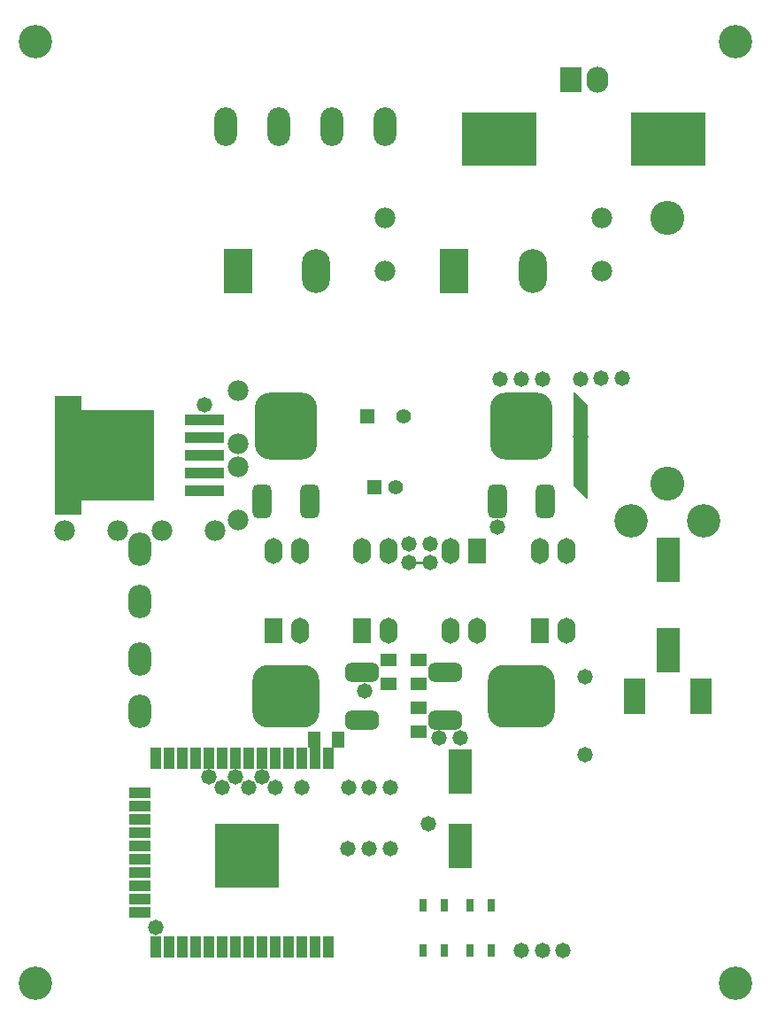
<source format=gts>
G04*
G04 #@! TF.GenerationSoftware,Altium Limited,Altium Designer,18.0.7 (293)*
G04*
G04 Layer_Color=8388736*
%FSLAX44Y44*%
%MOMM*%
G71*
G01*
G75*
%ADD26C,0.2540*%
%ADD27R,1.2032X1.6002*%
G04:AMPARAMS|DCode=28|XSize=1.8032mm|YSize=3.2032mm|CornerRadius=0.5016mm|HoleSize=0mm|Usage=FLASHONLY|Rotation=0.000|XOffset=0mm|YOffset=0mm|HoleType=Round|Shape=RoundedRectangle|*
%AMROUNDEDRECTD28*
21,1,1.8032,2.2000,0,0,0.0*
21,1,0.8000,3.2032,0,0,0.0*
1,1,1.0032,0.4000,-1.1000*
1,1,1.0032,-0.4000,-1.1000*
1,1,1.0032,-0.4000,1.1000*
1,1,1.0032,0.4000,1.1000*
%
%ADD28ROUNDEDRECTD28*%
G04:AMPARAMS|DCode=29|XSize=6.0032mm|YSize=6.4032mm|CornerRadius=1.5516mm|HoleSize=0mm|Usage=FLASHONLY|Rotation=0.000|XOffset=0mm|YOffset=0mm|HoleType=Round|Shape=RoundedRectangle|*
%AMROUNDEDRECTD29*
21,1,6.0032,3.3000,0,0,0.0*
21,1,2.9000,6.4032,0,0,0.0*
1,1,3.1032,1.4500,-1.6500*
1,1,3.1032,-1.4500,-1.6500*
1,1,3.1032,-1.4500,1.6500*
1,1,3.1032,1.4500,1.6500*
%
%ADD29ROUNDEDRECTD29*%
%ADD30R,0.8032X1.2032*%
%ADD31R,2.2032X4.3032*%
%ADD32R,1.6002X1.2032*%
%ADD33R,2.2032X4.2032*%
%ADD34R,7.2032X5.2032*%
%ADD35R,2.0032X1.0032*%
%ADD36R,1.0032X2.0032*%
%ADD37R,6.2032X6.2032*%
%ADD38R,2.0032X3.5032*%
%ADD39R,7.2032X8.7032*%
%ADD40R,3.7832X1.1032*%
G04:AMPARAMS|DCode=41|XSize=1.8032mm|YSize=3.2032mm|CornerRadius=0.5016mm|HoleSize=0mm|Usage=FLASHONLY|Rotation=270.000|XOffset=0mm|YOffset=0mm|HoleType=Round|Shape=RoundedRectangle|*
%AMROUNDEDRECTD41*
21,1,1.8032,2.2000,0,0,270.0*
21,1,0.8000,3.2032,0,0,270.0*
1,1,1.0032,-1.1000,-0.4000*
1,1,1.0032,-1.1000,0.4000*
1,1,1.0032,1.1000,0.4000*
1,1,1.0032,1.1000,-0.4000*
%
%ADD41ROUNDEDRECTD41*%
G04:AMPARAMS|DCode=42|XSize=6.0032mm|YSize=6.4032mm|CornerRadius=1.5516mm|HoleSize=0mm|Usage=FLASHONLY|Rotation=270.000|XOffset=0mm|YOffset=0mm|HoleType=Round|Shape=RoundedRectangle|*
%AMROUNDEDRECTD42*
21,1,6.0032,3.3000,0,0,270.0*
21,1,2.9000,6.4032,0,0,270.0*
1,1,3.1032,-1.6500,-1.4500*
1,1,3.1032,-1.6500,1.4500*
1,1,3.1032,1.6500,1.4500*
1,1,3.1032,1.6500,-1.4500*
%
%ADD42ROUNDEDRECTD42*%
%ADD43C,1.9812*%
%ADD44R,2.1082X2.4892*%
%ADD45O,2.1082X2.4892*%
%ADD46O,2.2032X3.7032*%
%ADD47R,1.7272X2.4892*%
%ADD48O,1.7272X2.4892*%
%ADD49O,2.7032X4.2032*%
%ADD50R,2.7032X4.2032*%
%ADD51R,1.4112X1.4112*%
%ADD52C,1.4112*%
%ADD53O,2.2032X3.2032*%
%ADD54C,3.2512*%
%ADD55C,1.4732*%
%ADD56C,3.2032*%
%ADD57C,3.2032*%
G36*
X-525216Y119431D02*
X-551096D01*
Y5431D01*
X-525216D01*
Y119431D01*
D02*
G37*
G36*
X-525204Y19251D02*
D01*
D02*
G37*
G36*
X-41169Y110661D02*
X-41169Y21412D01*
X-42343Y20926D01*
X-54408Y32991D01*
X-54408Y122241D01*
X-53235Y122727D01*
X-41169Y110661D01*
D02*
G37*
D26*
X-211954Y-39949D02*
X-191809D01*
D27*
X-280332Y-209264D02*
D03*
X-303192D02*
D03*
D28*
X-306972Y18236D02*
D03*
X-352692D02*
D03*
X-127814D02*
D03*
X-82094D02*
D03*
D29*
X-329832Y90626D02*
D03*
X-104954D02*
D03*
D30*
X-133431Y-411179D02*
D03*
X-153431D02*
D03*
Y-367925D02*
D03*
X-133431D02*
D03*
X-178432Y-411179D02*
D03*
X-198432D02*
D03*
Y-367925D02*
D03*
X-178432D02*
D03*
D31*
X35486Y-124115D02*
D03*
Y-37115D02*
D03*
D32*
X-203344Y-156009D02*
D03*
Y-133149D02*
D03*
Y-201729D02*
D03*
Y-178869D02*
D03*
X-231442Y-156009D02*
D03*
Y-133149D02*
D03*
D33*
X-163432Y-310889D02*
D03*
Y-239889D02*
D03*
D34*
X-125739Y364341D02*
D03*
X35805D02*
D03*
D35*
X-469492Y-374139D02*
D03*
Y-361439D02*
D03*
Y-348739D02*
D03*
Y-310639D02*
D03*
Y-336039D02*
D03*
Y-323339D02*
D03*
Y-272539D02*
D03*
Y-297939D02*
D03*
Y-285239D02*
D03*
Y-259839D02*
D03*
D36*
X-454592Y-407179D02*
D03*
X-416492D02*
D03*
X-429192D02*
D03*
X-441892D02*
D03*
X-454592Y-226839D02*
D03*
X-441892D02*
D03*
X-416492D02*
D03*
X-429192D02*
D03*
X-365692Y-407179D02*
D03*
X-352992D02*
D03*
X-403792D02*
D03*
X-378392D02*
D03*
X-391092D02*
D03*
X-340292D02*
D03*
X-314892D02*
D03*
X-327592D02*
D03*
X-302192D02*
D03*
X-289492D02*
D03*
X-352992Y-226839D02*
D03*
X-365692D02*
D03*
X-403792D02*
D03*
X-378392D02*
D03*
X-391092D02*
D03*
X-302192D02*
D03*
X-289492D02*
D03*
X-340292D02*
D03*
X-314892D02*
D03*
X-327592D02*
D03*
D37*
X-366832Y-319839D02*
D03*
D38*
X3488Y-167439D02*
D03*
X67488D02*
D03*
D39*
X-491676Y62431D02*
D03*
D40*
X-407476Y45431D02*
D03*
Y28431D02*
D03*
Y62431D02*
D03*
Y96431D02*
D03*
Y79431D02*
D03*
D41*
X-177344Y-190299D02*
D03*
Y-144579D02*
D03*
X-257442Y-190299D02*
D03*
Y-144579D02*
D03*
D42*
X-104954Y-167439D02*
D03*
X-329832D02*
D03*
D43*
X-397911Y-9649D02*
D03*
X-448712D02*
D03*
X-490952D02*
D03*
X-541752D02*
D03*
X-376025Y51291D02*
D03*
Y491D02*
D03*
Y124371D02*
D03*
Y73571D02*
D03*
X-234913Y238241D02*
D03*
Y289041D02*
D03*
X-27579Y238241D02*
D03*
Y289041D02*
D03*
D44*
X-57667Y421133D02*
D03*
D45*
X-32267D02*
D03*
D46*
X-234962Y376314D02*
D03*
X-285762D02*
D03*
X-387362D02*
D03*
X-336562D02*
D03*
D47*
X-86974Y-105388D02*
D03*
X-146646Y-29188D02*
D03*
X-257118Y-105388D02*
D03*
X-342190D02*
D03*
D48*
X-61574D02*
D03*
Y-29188D02*
D03*
X-86974D02*
D03*
X-172046D02*
D03*
Y-105388D02*
D03*
X-146646D02*
D03*
X-231718D02*
D03*
Y-29188D02*
D03*
X-257118D02*
D03*
X-316790Y-105388D02*
D03*
Y-29188D02*
D03*
X-342190D02*
D03*
D49*
X-300761Y238241D02*
D03*
X-94062D02*
D03*
D50*
X-375761D02*
D03*
X-169062D02*
D03*
D51*
X-252413Y99969D02*
D03*
X-244913Y31919D02*
D03*
D52*
X-217413Y99969D02*
D03*
X-224913Y31919D02*
D03*
D53*
X-469860Y-181869D02*
D03*
X-469860Y-131869D02*
D03*
X-469860Y-76869D02*
D03*
X-469860Y-26869D02*
D03*
D54*
X35000Y35000D02*
D03*
Y289000D02*
D03*
D55*
X-104954Y-411179D02*
D03*
X-64665D02*
D03*
X-84809D02*
D03*
X-48415Y80449D02*
D03*
X-193756Y-289755D02*
D03*
X-43536Y-149182D02*
D03*
Y-223682D02*
D03*
X-250443Y-313173D02*
D03*
X-230298D02*
D03*
X-270588D02*
D03*
X-270200Y-254839D02*
D03*
X-229910D02*
D03*
X-250055D02*
D03*
X-454592Y-389179D02*
D03*
X-314892Y-254839D02*
D03*
X-340292D02*
D03*
X-365692D02*
D03*
X-352992Y-244839D02*
D03*
X-254685Y-163102D02*
D03*
X-378392Y-244839D02*
D03*
X-391092Y-254839D02*
D03*
X-403792Y-244839D02*
D03*
X-162996Y-207570D02*
D03*
X-183141D02*
D03*
X-104954Y135499D02*
D03*
X-125099D02*
D03*
X-84809D02*
D03*
X-8126Y136515D02*
D03*
X-48415Y135499D02*
D03*
X-28270Y136007D02*
D03*
X-211954Y-21949D02*
D03*
X-407476Y110431D02*
D03*
X-211954Y-39949D02*
D03*
X-191809D02*
D03*
Y-21949D02*
D03*
X-127814Y-5965D02*
D03*
D56*
X70000Y0D02*
D03*
X0D02*
D03*
D57*
X-569832Y458241D02*
D03*
X100168Y-441759D02*
D03*
Y458241D02*
D03*
X-569832Y-441759D02*
D03*
M02*

</source>
